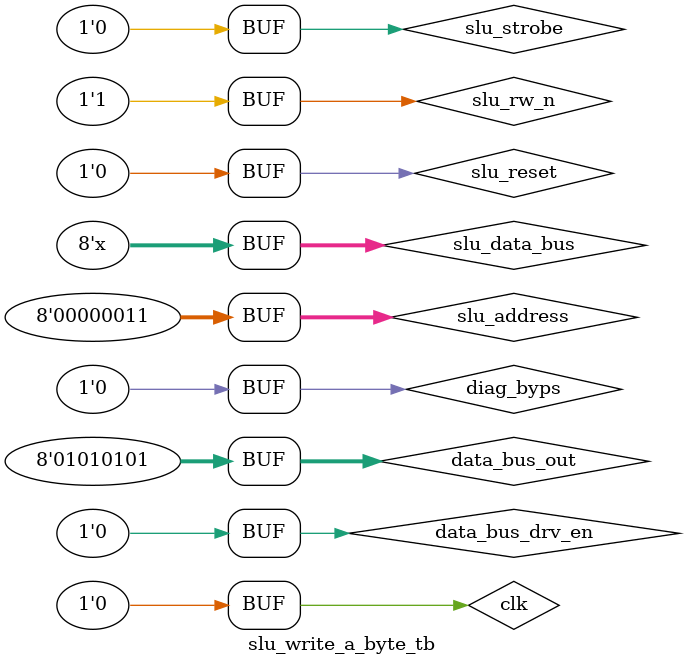
<source format=v>
module MRLY240314V02(
  input wire clk,               //50MHz

  output wire live_led,

  //output wire slu_busy,       //ToDo
  //output wire slu_slot_n,     //ToDo High: nincs kiválaszva a kártya

  input wire slu_reset,         //slu_reset 
  input wire slu_strobe,
  input wire slu_rw_n,          //High: ilyenkor az FPGA ir a buszra
  input wire [7:0]slu_address,
  inout wire [7:0]slu_data_bus,

  //FPGA és TPIC relémeghajtók kacspolata, ahol az FPGA a master
  output wire tpic_mosi,       //FPGA.MOSI -> TPIC.SI
  output wire tpic_clk,        //12.5MHz a TPIC shiftregiszetereit lépteti
  output wire tpic_rck,
  input wire tpic_miso,        //FPGA.MISO <- TPIC.SO
  output wire tpic_en_n, 

  //uC és az FPGA között SPI kapcsolat, ami közvetlenül vezérelhet a TPIC relémeghajtókat
  input wire diag_en_n,       //High: a TPIC-ek kimenetei tiltottak/lebegnek
  input wire diag_rck,
  input wire diag_byps,       //High: ilyenkor az TPIC SPI és a uC SPI busza össze van kapcsolva.
  input wire diag_clk,
  output wire diag_miso,      //FPGA.MISO -> uC.MISO
  input wire diag_mosi        //FPGA.MOSI <- uC.MOSI
);


  parameter WIDTH = 300; //a flat memória szélessége pl 2bájt szélessége 2*8(bit)
  wire [WIDTH-1:0]memory;
 
  wire tpic_clk_div;
 
  wire mem2tpic_mosi;
  wire mem2tpic_clk;
  wire mem2tpic_rck;
  wire mem2tpic_en_n;
  
  assign tpic_mosi = diag_byps ? diag_mosi : mem2tpic_mosi;
  assign tpic_clk = diag_byps ? diag_clk : mem2tpic_clk;
  assign tpic_rck = diag_byps ? diag_rck : mem2tpic_rck;
  assign diag_miso = diag_byps ? tpic_miso : 1'bZ;
  assign tpic_en_n = diag_byps ? diag_en_n :mem2tpic_en_n;
  
  live_led live_inst(
    .reset(slu_reset),
    .clk(clk),
    .led(live_led)
);

  fdiv #(.DIVISOR(4)) fdiv_inst(
    .clk_in(clk),           //50MHz
    .reset(slu_reset),
    .clk_out(tpic_clk_div)  //25MHz
);

  slu2mem #(.WIDTH(WIDTH)) slu2mem_inst(
    .reset(slu_reset),
    .rw_n(slu_rw_n), //Hihg: ilyenkor az FPGA ir a buszra
    .strobe(slu_strobe),
    .address(slu_address),
    .data_bus(slu_data_bus),
    .memory(memory)
);
  
  mem2tpic #(.WIDTH(WIDTH)) mem2tpic_inst (
    .clk(tpic_clk_div),   //25MHz
    .reset(slu_reset),
    .data(memory),
    .sclk(mem2tpic_clk),  //12.5MHz output
    .en_n(mem2tpic_en_n),
    .rck(mem2tpic_rck), 
    .sout(mem2tpic_mosi)
);
endmodule

//Unit Tesztek ----------------------------------------------------------------
`timescale 10ps/1ps
/*
 * A mem2tpic mükdését ellenörzi.
 */
module MRLY240314V02_tpic_clk_tb();
  reg  slu_reset, clk, diag_byps;
  wire tpic_clk, tpic_rck, live_led, tpic_en_n;
  
  localparam WIDTH = 300;
  integer i;
  
  MRLY240314V02 uut(
   .clk(clk),
   
   .slu_reset(slu_reset),
   .live_led(live_led),
   
   .tpic_clk(tpic_clk),
   .tpic_rck(tpic_rck),
   .tpic_en_n(tpic_en_n),
   
   .diag_byps(diag_byps)
   
);
  initial begin
   //#0
   #1 clk = 0;
      slu_reset = 0;
      diag_byps = 0;
      slu_reset = 1;
   #1 slu_reset = 0;
   
   /*
    *ha 300 bit széles, akkor ehhez az órjael 8-al van osztva 300*
    * 1. 2-es osztó a for ciklus maga itt
    * 2. 4-es osztó a fdiv #(.DIVISOR(2)) fdiv_inst
    * 3. 2-es osztó a  mem2tpic #(.WIDTH(WIDTH)) mem2tpic_inst
    * ez igy összesen 16.
    * Ahhoz hogy egy teljes TPIC ciklus látszódjon, minimum WIDTH * 16-kell
    * + 11 az RCK impulzushoz kell
    */
   for(i = 0; i < WIDTH * 16 + 11; i = i+1)
    #1 clk = ~clk;
  //itt a data_bus-nak 0x03-nak kell lennie
  $display("Hello");
 end
endmodule

/*
 * Azt ellenörzi, hogy a, ha a diag_byps-t a uC High ba tesz, akkor a uC tudja-e vezérelni a TPIC-et
 * 
 * diag_en_n -> tpic_en_n
 * diag_clk -> tpic_clk
 * diag_rck -> tpic_rck
 * diag_mosi -> tpic_mosi
 * diag_miso <- tpic_miso
 */
module MRLY240314V02_uc2tpic_tb();
  reg  slu_reset, clk, diag_en_n, diag_byps, diag_clk, diag_rck, diag_mosi, tpic_miso;
  wire tpic_clk, tpic_rck, tpic_en_n, tpic_mosi, diag_miso;
  integer i;
  
  MRLY240314V02 uut(
   .clk(clk), 
   .slu_reset(slu_reset),
   
   .tpic_clk(tpic_clk),
   .tpic_rck(tpic_rck),
   .tpic_en_n(tpic_en_n),
   .tpic_mosi(tpic_mosi),
   .tpic_miso(tpic_miso),
   
   .diag_en_n(diag_en_n), //A TPIC kimeneteit engegdélyezi
   .diag_byps(diag_byps), //High: A TPIC - uC bypass funkicójának engedélyezése
   .diag_clk(diag_clk),
   .diag_rck(diag_rck),
   .diag_mosi(diag_mosi),
   .diag_miso(diag_miso)
);
  
  initial begin
   #1 clk = 0;
      slu_reset = 0;
      slu_reset = 1;
      
      diag_byps = 0;
      diag_en_n = 1;
      diag_clk = 0;
      diag_rck = 0;
      diag_mosi = 0;
      
      tpic_miso = 0;
      
   #1 slu_reset = 0;
   
   #1 diag_byps = 1; //inentől a tpic vonalakat a uC vezérli
   #1 diag_en_n = 0;
   #1 diag_mosi = 1;
   #1 tpic_miso = 1;

   for(i = 0; i< 10; i = i + 1)begin
      #1 diag_clk = ~diag_clk;
      if(i%2)
        diag_rck = ~diag_rck;
   end
  end
endmodule

/*
 * Az SLU olvassa a buszról a kártya ID type - ját
 */
module slu_read_card_type_tb();
  reg  slu_reset,
       clk,
       slu_rw_n,
       slu_strobe,
       diag_byps,
       data_bus_drv_en;
  reg  [7:0]data_bus_out;
  reg  [7:0]slu_address;
  
  wire [7:0] slu_data_bus;
  
    MRLY240314V02 uut(
   .clk(clk), 
   .slu_reset(slu_reset),
   .slu_rw_n(slu_rw_n),
   .slu_strobe(slu_strobe),
   .slu_address(slu_address),
   .slu_data_bus(slu_data_bus),
   .diag_byps(diag_byps)
);

  assign slu_data_bus = data_bus_drv_en ? data_bus_out : 8'hZZ;
  
  initial begin
      clk = 0;
      diag_byps = 0;
      data_bus_drv_en = 0;
      slu_reset = 0;
      slu_strobe = 0;
      slu_rw_n = 0;
      slu_address = 8'h00;

   #1 slu_reset = 1;
   #1 slu_reset = 0;
      
   #1 slu_rw_n = 1;         //FPGA ír a buszra
      slu_address = 8'h00;  //0x00 Card Type olvasása
   #1 slu_strobe = 1;
   #1 slu_strobe = 0;
   
   if(slu_data_bus == 8'h43)
    $display("PASSED");
   else
    $display("FAILED");
   
   

  end
  
endmodule


// UUT az SLU olvasásra és írásra

module slu_write_a_byte_tb();

  reg  slu_reset,
       clk,
       slu_rw_n,
       slu_strobe,
       diag_byps,
       data_bus_drv_en;
  reg  [7:0]data_bus_out;
  reg  [7:0]slu_address;
  
  wire [7:0] slu_data_bus;
  
    MRLY240314V02 uut(
   .clk(clk), 
   .slu_reset(slu_reset),
   .slu_rw_n(slu_rw_n),
   .slu_strobe(slu_strobe),
   .slu_address(slu_address),
   .slu_data_bus(slu_data_bus),
   .diag_byps(diag_byps)
);

  assign slu_data_bus = data_bus_drv_en ? data_bus_out : 8'hZZ;
  
  initial begin
      clk = 0;
      diag_byps = 0;
      data_bus_drv_en = 0;
      slu_reset = 0;
      slu_strobe = 0;
      slu_rw_n = 0;
      slu_address = 8'h00;

   #1 slu_reset = 1;
   #1 slu_reset = 0;
   
   //beírás az FPGA "memory" változójába
   #1 slu_rw_n = 0;         //FPGA olvas a buszról
      slu_address = 8'h03;  //
      data_bus_drv_en = 1;  //engedélyezi a buszra írást
      data_bus_out = 8'h55; //0x55 adok a 0x03-as címre ezt az értéket fogja az FPGA beolvasni
      
   #1 slu_strobe = 1;
   #1 slu_strobe = 0;
      data_bus_drv_en = 0;
      slu_address = 8'h00;
   
   //a beírt változót kiolvasom
   #1 slu_rw_n = 1;         //FPGA ír memory-ból kiválaszott bájt értékét írja a buszra
      slu_address = 8'h03;
   #1 slu_strobe = 1;
   #1 slu_strobe = 0;
   
   if(slu_data_bus == 8'h55)
    $display("PASSED; A beírt érték egyezik a kiolvasott értékkel.");
   else
    $display("FAILED;");

  end

endmodule

</source>
